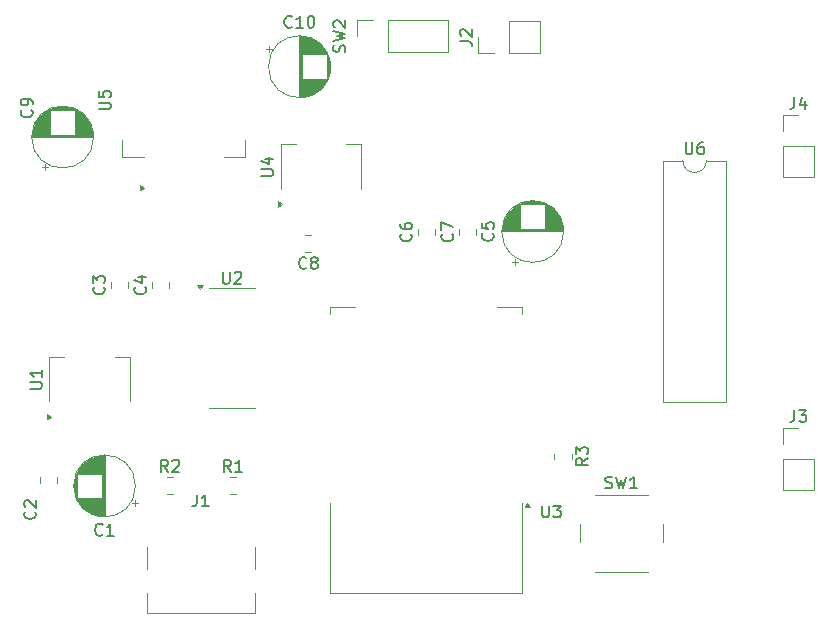
<source format=gbr>
%TF.GenerationSoftware,KiCad,Pcbnew,8.0.0*%
%TF.CreationDate,2024-04-09T18:41:08+07:00*%
%TF.ProjectId,robotika,726f626f-7469-46b6-912e-6b696361645f,rev?*%
%TF.SameCoordinates,Original*%
%TF.FileFunction,Legend,Top*%
%TF.FilePolarity,Positive*%
%FSLAX46Y46*%
G04 Gerber Fmt 4.6, Leading zero omitted, Abs format (unit mm)*
G04 Created by KiCad (PCBNEW 8.0.0) date 2024-04-09 18:41:08*
%MOMM*%
%LPD*%
G01*
G04 APERTURE LIST*
%ADD10C,0.150000*%
%ADD11C,0.120000*%
G04 APERTURE END LIST*
D10*
X133679580Y-89166666D02*
X133727200Y-89214285D01*
X133727200Y-89214285D02*
X133774819Y-89357142D01*
X133774819Y-89357142D02*
X133774819Y-89452380D01*
X133774819Y-89452380D02*
X133727200Y-89595237D01*
X133727200Y-89595237D02*
X133631961Y-89690475D01*
X133631961Y-89690475D02*
X133536723Y-89738094D01*
X133536723Y-89738094D02*
X133346247Y-89785713D01*
X133346247Y-89785713D02*
X133203390Y-89785713D01*
X133203390Y-89785713D02*
X133012914Y-89738094D01*
X133012914Y-89738094D02*
X132917676Y-89690475D01*
X132917676Y-89690475D02*
X132822438Y-89595237D01*
X132822438Y-89595237D02*
X132774819Y-89452380D01*
X132774819Y-89452380D02*
X132774819Y-89357142D01*
X132774819Y-89357142D02*
X132822438Y-89214285D01*
X132822438Y-89214285D02*
X132870057Y-89166666D01*
X132774819Y-88309523D02*
X132774819Y-88499999D01*
X132774819Y-88499999D02*
X132822438Y-88595237D01*
X132822438Y-88595237D02*
X132870057Y-88642856D01*
X132870057Y-88642856D02*
X133012914Y-88738094D01*
X133012914Y-88738094D02*
X133203390Y-88785713D01*
X133203390Y-88785713D02*
X133584342Y-88785713D01*
X133584342Y-88785713D02*
X133679580Y-88738094D01*
X133679580Y-88738094D02*
X133727200Y-88690475D01*
X133727200Y-88690475D02*
X133774819Y-88595237D01*
X133774819Y-88595237D02*
X133774819Y-88404761D01*
X133774819Y-88404761D02*
X133727200Y-88309523D01*
X133727200Y-88309523D02*
X133679580Y-88261904D01*
X133679580Y-88261904D02*
X133584342Y-88214285D01*
X133584342Y-88214285D02*
X133346247Y-88214285D01*
X133346247Y-88214285D02*
X133251009Y-88261904D01*
X133251009Y-88261904D02*
X133203390Y-88309523D01*
X133203390Y-88309523D02*
X133155771Y-88404761D01*
X133155771Y-88404761D02*
X133155771Y-88595237D01*
X133155771Y-88595237D02*
X133203390Y-88690475D01*
X133203390Y-88690475D02*
X133251009Y-88738094D01*
X133251009Y-88738094D02*
X133346247Y-88785713D01*
X107679580Y-93666666D02*
X107727200Y-93714285D01*
X107727200Y-93714285D02*
X107774819Y-93857142D01*
X107774819Y-93857142D02*
X107774819Y-93952380D01*
X107774819Y-93952380D02*
X107727200Y-94095237D01*
X107727200Y-94095237D02*
X107631961Y-94190475D01*
X107631961Y-94190475D02*
X107536723Y-94238094D01*
X107536723Y-94238094D02*
X107346247Y-94285713D01*
X107346247Y-94285713D02*
X107203390Y-94285713D01*
X107203390Y-94285713D02*
X107012914Y-94238094D01*
X107012914Y-94238094D02*
X106917676Y-94190475D01*
X106917676Y-94190475D02*
X106822438Y-94095237D01*
X106822438Y-94095237D02*
X106774819Y-93952380D01*
X106774819Y-93952380D02*
X106774819Y-93857142D01*
X106774819Y-93857142D02*
X106822438Y-93714285D01*
X106822438Y-93714285D02*
X106870057Y-93666666D01*
X106774819Y-93333332D02*
X106774819Y-92714285D01*
X106774819Y-92714285D02*
X107155771Y-93047618D01*
X107155771Y-93047618D02*
X107155771Y-92904761D01*
X107155771Y-92904761D02*
X107203390Y-92809523D01*
X107203390Y-92809523D02*
X107251009Y-92761904D01*
X107251009Y-92761904D02*
X107346247Y-92714285D01*
X107346247Y-92714285D02*
X107584342Y-92714285D01*
X107584342Y-92714285D02*
X107679580Y-92761904D01*
X107679580Y-92761904D02*
X107727200Y-92809523D01*
X107727200Y-92809523D02*
X107774819Y-92904761D01*
X107774819Y-92904761D02*
X107774819Y-93190475D01*
X107774819Y-93190475D02*
X107727200Y-93285713D01*
X107727200Y-93285713D02*
X107679580Y-93333332D01*
X156948095Y-81414819D02*
X156948095Y-82224342D01*
X156948095Y-82224342D02*
X156995714Y-82319580D01*
X156995714Y-82319580D02*
X157043333Y-82367200D01*
X157043333Y-82367200D02*
X157138571Y-82414819D01*
X157138571Y-82414819D02*
X157329047Y-82414819D01*
X157329047Y-82414819D02*
X157424285Y-82367200D01*
X157424285Y-82367200D02*
X157471904Y-82319580D01*
X157471904Y-82319580D02*
X157519523Y-82224342D01*
X157519523Y-82224342D02*
X157519523Y-81414819D01*
X158424285Y-81414819D02*
X158233809Y-81414819D01*
X158233809Y-81414819D02*
X158138571Y-81462438D01*
X158138571Y-81462438D02*
X158090952Y-81510057D01*
X158090952Y-81510057D02*
X157995714Y-81652914D01*
X157995714Y-81652914D02*
X157948095Y-81843390D01*
X157948095Y-81843390D02*
X157948095Y-82224342D01*
X157948095Y-82224342D02*
X157995714Y-82319580D01*
X157995714Y-82319580D02*
X158043333Y-82367200D01*
X158043333Y-82367200D02*
X158138571Y-82414819D01*
X158138571Y-82414819D02*
X158329047Y-82414819D01*
X158329047Y-82414819D02*
X158424285Y-82367200D01*
X158424285Y-82367200D02*
X158471904Y-82319580D01*
X158471904Y-82319580D02*
X158519523Y-82224342D01*
X158519523Y-82224342D02*
X158519523Y-81986247D01*
X158519523Y-81986247D02*
X158471904Y-81891009D01*
X158471904Y-81891009D02*
X158424285Y-81843390D01*
X158424285Y-81843390D02*
X158329047Y-81795771D01*
X158329047Y-81795771D02*
X158138571Y-81795771D01*
X158138571Y-81795771D02*
X158043333Y-81843390D01*
X158043333Y-81843390D02*
X157995714Y-81891009D01*
X157995714Y-81891009D02*
X157948095Y-81986247D01*
X107264819Y-78611904D02*
X108074342Y-78611904D01*
X108074342Y-78611904D02*
X108169580Y-78564285D01*
X108169580Y-78564285D02*
X108217200Y-78516666D01*
X108217200Y-78516666D02*
X108264819Y-78421428D01*
X108264819Y-78421428D02*
X108264819Y-78230952D01*
X108264819Y-78230952D02*
X108217200Y-78135714D01*
X108217200Y-78135714D02*
X108169580Y-78088095D01*
X108169580Y-78088095D02*
X108074342Y-78040476D01*
X108074342Y-78040476D02*
X107264819Y-78040476D01*
X107264819Y-77088095D02*
X107264819Y-77564285D01*
X107264819Y-77564285D02*
X107741009Y-77611904D01*
X107741009Y-77611904D02*
X107693390Y-77564285D01*
X107693390Y-77564285D02*
X107645771Y-77469047D01*
X107645771Y-77469047D02*
X107645771Y-77230952D01*
X107645771Y-77230952D02*
X107693390Y-77135714D01*
X107693390Y-77135714D02*
X107741009Y-77088095D01*
X107741009Y-77088095D02*
X107836247Y-77040476D01*
X107836247Y-77040476D02*
X108074342Y-77040476D01*
X108074342Y-77040476D02*
X108169580Y-77088095D01*
X108169580Y-77088095D02*
X108217200Y-77135714D01*
X108217200Y-77135714D02*
X108264819Y-77230952D01*
X108264819Y-77230952D02*
X108264819Y-77469047D01*
X108264819Y-77469047D02*
X108217200Y-77564285D01*
X108217200Y-77564285D02*
X108169580Y-77611904D01*
X128087200Y-73753332D02*
X128134819Y-73610475D01*
X128134819Y-73610475D02*
X128134819Y-73372380D01*
X128134819Y-73372380D02*
X128087200Y-73277142D01*
X128087200Y-73277142D02*
X128039580Y-73229523D01*
X128039580Y-73229523D02*
X127944342Y-73181904D01*
X127944342Y-73181904D02*
X127849104Y-73181904D01*
X127849104Y-73181904D02*
X127753866Y-73229523D01*
X127753866Y-73229523D02*
X127706247Y-73277142D01*
X127706247Y-73277142D02*
X127658628Y-73372380D01*
X127658628Y-73372380D02*
X127611009Y-73562856D01*
X127611009Y-73562856D02*
X127563390Y-73658094D01*
X127563390Y-73658094D02*
X127515771Y-73705713D01*
X127515771Y-73705713D02*
X127420533Y-73753332D01*
X127420533Y-73753332D02*
X127325295Y-73753332D01*
X127325295Y-73753332D02*
X127230057Y-73705713D01*
X127230057Y-73705713D02*
X127182438Y-73658094D01*
X127182438Y-73658094D02*
X127134819Y-73562856D01*
X127134819Y-73562856D02*
X127134819Y-73324761D01*
X127134819Y-73324761D02*
X127182438Y-73181904D01*
X127134819Y-72848570D02*
X128134819Y-72610475D01*
X128134819Y-72610475D02*
X127420533Y-72419999D01*
X127420533Y-72419999D02*
X128134819Y-72229523D01*
X128134819Y-72229523D02*
X127134819Y-71991428D01*
X127230057Y-71658094D02*
X127182438Y-71610475D01*
X127182438Y-71610475D02*
X127134819Y-71515237D01*
X127134819Y-71515237D02*
X127134819Y-71277142D01*
X127134819Y-71277142D02*
X127182438Y-71181904D01*
X127182438Y-71181904D02*
X127230057Y-71134285D01*
X127230057Y-71134285D02*
X127325295Y-71086666D01*
X127325295Y-71086666D02*
X127420533Y-71086666D01*
X127420533Y-71086666D02*
X127563390Y-71134285D01*
X127563390Y-71134285D02*
X128134819Y-71705713D01*
X128134819Y-71705713D02*
X128134819Y-71086666D01*
X166166666Y-77584819D02*
X166166666Y-78299104D01*
X166166666Y-78299104D02*
X166119047Y-78441961D01*
X166119047Y-78441961D02*
X166023809Y-78537200D01*
X166023809Y-78537200D02*
X165880952Y-78584819D01*
X165880952Y-78584819D02*
X165785714Y-78584819D01*
X167071428Y-77918152D02*
X167071428Y-78584819D01*
X166833333Y-77537200D02*
X166595238Y-78251485D01*
X166595238Y-78251485D02*
X167214285Y-78251485D01*
X166166666Y-104084819D02*
X166166666Y-104799104D01*
X166166666Y-104799104D02*
X166119047Y-104941961D01*
X166119047Y-104941961D02*
X166023809Y-105037200D01*
X166023809Y-105037200D02*
X165880952Y-105084819D01*
X165880952Y-105084819D02*
X165785714Y-105084819D01*
X166547619Y-104084819D02*
X167166666Y-104084819D01*
X167166666Y-104084819D02*
X166833333Y-104465771D01*
X166833333Y-104465771D02*
X166976190Y-104465771D01*
X166976190Y-104465771D02*
X167071428Y-104513390D01*
X167071428Y-104513390D02*
X167119047Y-104561009D01*
X167119047Y-104561009D02*
X167166666Y-104656247D01*
X167166666Y-104656247D02*
X167166666Y-104894342D01*
X167166666Y-104894342D02*
X167119047Y-104989580D01*
X167119047Y-104989580D02*
X167071428Y-105037200D01*
X167071428Y-105037200D02*
X166976190Y-105084819D01*
X166976190Y-105084819D02*
X166690476Y-105084819D01*
X166690476Y-105084819D02*
X166595238Y-105037200D01*
X166595238Y-105037200D02*
X166547619Y-104989580D01*
X137849819Y-72833333D02*
X138564104Y-72833333D01*
X138564104Y-72833333D02*
X138706961Y-72880952D01*
X138706961Y-72880952D02*
X138802200Y-72976190D01*
X138802200Y-72976190D02*
X138849819Y-73119047D01*
X138849819Y-73119047D02*
X138849819Y-73214285D01*
X137945057Y-72404761D02*
X137897438Y-72357142D01*
X137897438Y-72357142D02*
X137849819Y-72261904D01*
X137849819Y-72261904D02*
X137849819Y-72023809D01*
X137849819Y-72023809D02*
X137897438Y-71928571D01*
X137897438Y-71928571D02*
X137945057Y-71880952D01*
X137945057Y-71880952D02*
X138040295Y-71833333D01*
X138040295Y-71833333D02*
X138135533Y-71833333D01*
X138135533Y-71833333D02*
X138278390Y-71880952D01*
X138278390Y-71880952D02*
X138849819Y-72452380D01*
X138849819Y-72452380D02*
X138849819Y-71833333D01*
X121029819Y-84261904D02*
X121839342Y-84261904D01*
X121839342Y-84261904D02*
X121934580Y-84214285D01*
X121934580Y-84214285D02*
X121982200Y-84166666D01*
X121982200Y-84166666D02*
X122029819Y-84071428D01*
X122029819Y-84071428D02*
X122029819Y-83880952D01*
X122029819Y-83880952D02*
X121982200Y-83785714D01*
X121982200Y-83785714D02*
X121934580Y-83738095D01*
X121934580Y-83738095D02*
X121839342Y-83690476D01*
X121839342Y-83690476D02*
X121029819Y-83690476D01*
X121363152Y-82785714D02*
X122029819Y-82785714D01*
X120982200Y-83023809D02*
X121696485Y-83261904D01*
X121696485Y-83261904D02*
X121696485Y-82642857D01*
X144798095Y-112164819D02*
X144798095Y-112974342D01*
X144798095Y-112974342D02*
X144845714Y-113069580D01*
X144845714Y-113069580D02*
X144893333Y-113117200D01*
X144893333Y-113117200D02*
X144988571Y-113164819D01*
X144988571Y-113164819D02*
X145179047Y-113164819D01*
X145179047Y-113164819D02*
X145274285Y-113117200D01*
X145274285Y-113117200D02*
X145321904Y-113069580D01*
X145321904Y-113069580D02*
X145369523Y-112974342D01*
X145369523Y-112974342D02*
X145369523Y-112164819D01*
X145750476Y-112164819D02*
X146369523Y-112164819D01*
X146369523Y-112164819D02*
X146036190Y-112545771D01*
X146036190Y-112545771D02*
X146179047Y-112545771D01*
X146179047Y-112545771D02*
X146274285Y-112593390D01*
X146274285Y-112593390D02*
X146321904Y-112641009D01*
X146321904Y-112641009D02*
X146369523Y-112736247D01*
X146369523Y-112736247D02*
X146369523Y-112974342D01*
X146369523Y-112974342D02*
X146321904Y-113069580D01*
X146321904Y-113069580D02*
X146274285Y-113117200D01*
X146274285Y-113117200D02*
X146179047Y-113164819D01*
X146179047Y-113164819D02*
X145893333Y-113164819D01*
X145893333Y-113164819D02*
X145798095Y-113117200D01*
X145798095Y-113117200D02*
X145750476Y-113069580D01*
X117763095Y-92379819D02*
X117763095Y-93189342D01*
X117763095Y-93189342D02*
X117810714Y-93284580D01*
X117810714Y-93284580D02*
X117858333Y-93332200D01*
X117858333Y-93332200D02*
X117953571Y-93379819D01*
X117953571Y-93379819D02*
X118144047Y-93379819D01*
X118144047Y-93379819D02*
X118239285Y-93332200D01*
X118239285Y-93332200D02*
X118286904Y-93284580D01*
X118286904Y-93284580D02*
X118334523Y-93189342D01*
X118334523Y-93189342D02*
X118334523Y-92379819D01*
X118763095Y-92475057D02*
X118810714Y-92427438D01*
X118810714Y-92427438D02*
X118905952Y-92379819D01*
X118905952Y-92379819D02*
X119144047Y-92379819D01*
X119144047Y-92379819D02*
X119239285Y-92427438D01*
X119239285Y-92427438D02*
X119286904Y-92475057D01*
X119286904Y-92475057D02*
X119334523Y-92570295D01*
X119334523Y-92570295D02*
X119334523Y-92665533D01*
X119334523Y-92665533D02*
X119286904Y-92808390D01*
X119286904Y-92808390D02*
X118715476Y-93379819D01*
X118715476Y-93379819D02*
X119334523Y-93379819D01*
X101454819Y-102261904D02*
X102264342Y-102261904D01*
X102264342Y-102261904D02*
X102359580Y-102214285D01*
X102359580Y-102214285D02*
X102407200Y-102166666D01*
X102407200Y-102166666D02*
X102454819Y-102071428D01*
X102454819Y-102071428D02*
X102454819Y-101880952D01*
X102454819Y-101880952D02*
X102407200Y-101785714D01*
X102407200Y-101785714D02*
X102359580Y-101738095D01*
X102359580Y-101738095D02*
X102264342Y-101690476D01*
X102264342Y-101690476D02*
X101454819Y-101690476D01*
X102454819Y-100690476D02*
X102454819Y-101261904D01*
X102454819Y-100976190D02*
X101454819Y-100976190D01*
X101454819Y-100976190D02*
X101597676Y-101071428D01*
X101597676Y-101071428D02*
X101692914Y-101166666D01*
X101692914Y-101166666D02*
X101740533Y-101261904D01*
X150166667Y-110657200D02*
X150309524Y-110704819D01*
X150309524Y-110704819D02*
X150547619Y-110704819D01*
X150547619Y-110704819D02*
X150642857Y-110657200D01*
X150642857Y-110657200D02*
X150690476Y-110609580D01*
X150690476Y-110609580D02*
X150738095Y-110514342D01*
X150738095Y-110514342D02*
X150738095Y-110419104D01*
X150738095Y-110419104D02*
X150690476Y-110323866D01*
X150690476Y-110323866D02*
X150642857Y-110276247D01*
X150642857Y-110276247D02*
X150547619Y-110228628D01*
X150547619Y-110228628D02*
X150357143Y-110181009D01*
X150357143Y-110181009D02*
X150261905Y-110133390D01*
X150261905Y-110133390D02*
X150214286Y-110085771D01*
X150214286Y-110085771D02*
X150166667Y-109990533D01*
X150166667Y-109990533D02*
X150166667Y-109895295D01*
X150166667Y-109895295D02*
X150214286Y-109800057D01*
X150214286Y-109800057D02*
X150261905Y-109752438D01*
X150261905Y-109752438D02*
X150357143Y-109704819D01*
X150357143Y-109704819D02*
X150595238Y-109704819D01*
X150595238Y-109704819D02*
X150738095Y-109752438D01*
X151071429Y-109704819D02*
X151309524Y-110704819D01*
X151309524Y-110704819D02*
X151500000Y-109990533D01*
X151500000Y-109990533D02*
X151690476Y-110704819D01*
X151690476Y-110704819D02*
X151928572Y-109704819D01*
X152833333Y-110704819D02*
X152261905Y-110704819D01*
X152547619Y-110704819D02*
X152547619Y-109704819D01*
X152547619Y-109704819D02*
X152452381Y-109847676D01*
X152452381Y-109847676D02*
X152357143Y-109942914D01*
X152357143Y-109942914D02*
X152261905Y-109990533D01*
X148662819Y-108166666D02*
X148186628Y-108499999D01*
X148662819Y-108738094D02*
X147662819Y-108738094D01*
X147662819Y-108738094D02*
X147662819Y-108357142D01*
X147662819Y-108357142D02*
X147710438Y-108261904D01*
X147710438Y-108261904D02*
X147758057Y-108214285D01*
X147758057Y-108214285D02*
X147853295Y-108166666D01*
X147853295Y-108166666D02*
X147996152Y-108166666D01*
X147996152Y-108166666D02*
X148091390Y-108214285D01*
X148091390Y-108214285D02*
X148139009Y-108261904D01*
X148139009Y-108261904D02*
X148186628Y-108357142D01*
X148186628Y-108357142D02*
X148186628Y-108738094D01*
X147662819Y-107833332D02*
X147662819Y-107214285D01*
X147662819Y-107214285D02*
X148043771Y-107547618D01*
X148043771Y-107547618D02*
X148043771Y-107404761D01*
X148043771Y-107404761D02*
X148091390Y-107309523D01*
X148091390Y-107309523D02*
X148139009Y-107261904D01*
X148139009Y-107261904D02*
X148234247Y-107214285D01*
X148234247Y-107214285D02*
X148472342Y-107214285D01*
X148472342Y-107214285D02*
X148567580Y-107261904D01*
X148567580Y-107261904D02*
X148615200Y-107309523D01*
X148615200Y-107309523D02*
X148662819Y-107404761D01*
X148662819Y-107404761D02*
X148662819Y-107690475D01*
X148662819Y-107690475D02*
X148615200Y-107785713D01*
X148615200Y-107785713D02*
X148567580Y-107833332D01*
X113117333Y-109294819D02*
X112784000Y-108818628D01*
X112545905Y-109294819D02*
X112545905Y-108294819D01*
X112545905Y-108294819D02*
X112926857Y-108294819D01*
X112926857Y-108294819D02*
X113022095Y-108342438D01*
X113022095Y-108342438D02*
X113069714Y-108390057D01*
X113069714Y-108390057D02*
X113117333Y-108485295D01*
X113117333Y-108485295D02*
X113117333Y-108628152D01*
X113117333Y-108628152D02*
X113069714Y-108723390D01*
X113069714Y-108723390D02*
X113022095Y-108771009D01*
X113022095Y-108771009D02*
X112926857Y-108818628D01*
X112926857Y-108818628D02*
X112545905Y-108818628D01*
X113498286Y-108390057D02*
X113545905Y-108342438D01*
X113545905Y-108342438D02*
X113641143Y-108294819D01*
X113641143Y-108294819D02*
X113879238Y-108294819D01*
X113879238Y-108294819D02*
X113974476Y-108342438D01*
X113974476Y-108342438D02*
X114022095Y-108390057D01*
X114022095Y-108390057D02*
X114069714Y-108485295D01*
X114069714Y-108485295D02*
X114069714Y-108580533D01*
X114069714Y-108580533D02*
X114022095Y-108723390D01*
X114022095Y-108723390D02*
X113450667Y-109294819D01*
X113450667Y-109294819D02*
X114069714Y-109294819D01*
X118451333Y-109294819D02*
X118118000Y-108818628D01*
X117879905Y-109294819D02*
X117879905Y-108294819D01*
X117879905Y-108294819D02*
X118260857Y-108294819D01*
X118260857Y-108294819D02*
X118356095Y-108342438D01*
X118356095Y-108342438D02*
X118403714Y-108390057D01*
X118403714Y-108390057D02*
X118451333Y-108485295D01*
X118451333Y-108485295D02*
X118451333Y-108628152D01*
X118451333Y-108628152D02*
X118403714Y-108723390D01*
X118403714Y-108723390D02*
X118356095Y-108771009D01*
X118356095Y-108771009D02*
X118260857Y-108818628D01*
X118260857Y-108818628D02*
X117879905Y-108818628D01*
X119403714Y-109294819D02*
X118832286Y-109294819D01*
X119118000Y-109294819D02*
X119118000Y-108294819D01*
X119118000Y-108294819D02*
X119022762Y-108437676D01*
X119022762Y-108437676D02*
X118927524Y-108532914D01*
X118927524Y-108532914D02*
X118832286Y-108580533D01*
X115566666Y-111239819D02*
X115566666Y-111954104D01*
X115566666Y-111954104D02*
X115519047Y-112096961D01*
X115519047Y-112096961D02*
X115423809Y-112192200D01*
X115423809Y-112192200D02*
X115280952Y-112239819D01*
X115280952Y-112239819D02*
X115185714Y-112239819D01*
X116566666Y-112239819D02*
X115995238Y-112239819D01*
X116280952Y-112239819D02*
X116280952Y-111239819D01*
X116280952Y-111239819D02*
X116185714Y-111382676D01*
X116185714Y-111382676D02*
X116090476Y-111477914D01*
X116090476Y-111477914D02*
X115995238Y-111525533D01*
X123607142Y-71609580D02*
X123559523Y-71657200D01*
X123559523Y-71657200D02*
X123416666Y-71704819D01*
X123416666Y-71704819D02*
X123321428Y-71704819D01*
X123321428Y-71704819D02*
X123178571Y-71657200D01*
X123178571Y-71657200D02*
X123083333Y-71561961D01*
X123083333Y-71561961D02*
X123035714Y-71466723D01*
X123035714Y-71466723D02*
X122988095Y-71276247D01*
X122988095Y-71276247D02*
X122988095Y-71133390D01*
X122988095Y-71133390D02*
X123035714Y-70942914D01*
X123035714Y-70942914D02*
X123083333Y-70847676D01*
X123083333Y-70847676D02*
X123178571Y-70752438D01*
X123178571Y-70752438D02*
X123321428Y-70704819D01*
X123321428Y-70704819D02*
X123416666Y-70704819D01*
X123416666Y-70704819D02*
X123559523Y-70752438D01*
X123559523Y-70752438D02*
X123607142Y-70800057D01*
X124559523Y-71704819D02*
X123988095Y-71704819D01*
X124273809Y-71704819D02*
X124273809Y-70704819D01*
X124273809Y-70704819D02*
X124178571Y-70847676D01*
X124178571Y-70847676D02*
X124083333Y-70942914D01*
X124083333Y-70942914D02*
X123988095Y-70990533D01*
X125178571Y-70704819D02*
X125273809Y-70704819D01*
X125273809Y-70704819D02*
X125369047Y-70752438D01*
X125369047Y-70752438D02*
X125416666Y-70800057D01*
X125416666Y-70800057D02*
X125464285Y-70895295D01*
X125464285Y-70895295D02*
X125511904Y-71085771D01*
X125511904Y-71085771D02*
X125511904Y-71323866D01*
X125511904Y-71323866D02*
X125464285Y-71514342D01*
X125464285Y-71514342D02*
X125416666Y-71609580D01*
X125416666Y-71609580D02*
X125369047Y-71657200D01*
X125369047Y-71657200D02*
X125273809Y-71704819D01*
X125273809Y-71704819D02*
X125178571Y-71704819D01*
X125178571Y-71704819D02*
X125083333Y-71657200D01*
X125083333Y-71657200D02*
X125035714Y-71609580D01*
X125035714Y-71609580D02*
X124988095Y-71514342D01*
X124988095Y-71514342D02*
X124940476Y-71323866D01*
X124940476Y-71323866D02*
X124940476Y-71085771D01*
X124940476Y-71085771D02*
X124988095Y-70895295D01*
X124988095Y-70895295D02*
X125035714Y-70800057D01*
X125035714Y-70800057D02*
X125083333Y-70752438D01*
X125083333Y-70752438D02*
X125178571Y-70704819D01*
X101564692Y-78666674D02*
X101612312Y-78714293D01*
X101612312Y-78714293D02*
X101659931Y-78857150D01*
X101659931Y-78857150D02*
X101659931Y-78952388D01*
X101659931Y-78952388D02*
X101612312Y-79095245D01*
X101612312Y-79095245D02*
X101517073Y-79190483D01*
X101517073Y-79190483D02*
X101421835Y-79238102D01*
X101421835Y-79238102D02*
X101231359Y-79285721D01*
X101231359Y-79285721D02*
X101088502Y-79285721D01*
X101088502Y-79285721D02*
X100898026Y-79238102D01*
X100898026Y-79238102D02*
X100802788Y-79190483D01*
X100802788Y-79190483D02*
X100707550Y-79095245D01*
X100707550Y-79095245D02*
X100659931Y-78952388D01*
X100659931Y-78952388D02*
X100659931Y-78857150D01*
X100659931Y-78857150D02*
X100707550Y-78714293D01*
X100707550Y-78714293D02*
X100755169Y-78666674D01*
X101659931Y-78190483D02*
X101659931Y-78000007D01*
X101659931Y-78000007D02*
X101612312Y-77904769D01*
X101612312Y-77904769D02*
X101564692Y-77857150D01*
X101564692Y-77857150D02*
X101421835Y-77761912D01*
X101421835Y-77761912D02*
X101231359Y-77714293D01*
X101231359Y-77714293D02*
X100850407Y-77714293D01*
X100850407Y-77714293D02*
X100755169Y-77761912D01*
X100755169Y-77761912D02*
X100707550Y-77809531D01*
X100707550Y-77809531D02*
X100659931Y-77904769D01*
X100659931Y-77904769D02*
X100659931Y-78095245D01*
X100659931Y-78095245D02*
X100707550Y-78190483D01*
X100707550Y-78190483D02*
X100755169Y-78238102D01*
X100755169Y-78238102D02*
X100850407Y-78285721D01*
X100850407Y-78285721D02*
X101088502Y-78285721D01*
X101088502Y-78285721D02*
X101183740Y-78238102D01*
X101183740Y-78238102D02*
X101231359Y-78190483D01*
X101231359Y-78190483D02*
X101278978Y-78095245D01*
X101278978Y-78095245D02*
X101278978Y-77904769D01*
X101278978Y-77904769D02*
X101231359Y-77809531D01*
X101231359Y-77809531D02*
X101183740Y-77761912D01*
X101183740Y-77761912D02*
X101088502Y-77714293D01*
X124833333Y-92039580D02*
X124785714Y-92087200D01*
X124785714Y-92087200D02*
X124642857Y-92134819D01*
X124642857Y-92134819D02*
X124547619Y-92134819D01*
X124547619Y-92134819D02*
X124404762Y-92087200D01*
X124404762Y-92087200D02*
X124309524Y-91991961D01*
X124309524Y-91991961D02*
X124261905Y-91896723D01*
X124261905Y-91896723D02*
X124214286Y-91706247D01*
X124214286Y-91706247D02*
X124214286Y-91563390D01*
X124214286Y-91563390D02*
X124261905Y-91372914D01*
X124261905Y-91372914D02*
X124309524Y-91277676D01*
X124309524Y-91277676D02*
X124404762Y-91182438D01*
X124404762Y-91182438D02*
X124547619Y-91134819D01*
X124547619Y-91134819D02*
X124642857Y-91134819D01*
X124642857Y-91134819D02*
X124785714Y-91182438D01*
X124785714Y-91182438D02*
X124833333Y-91230057D01*
X125404762Y-91563390D02*
X125309524Y-91515771D01*
X125309524Y-91515771D02*
X125261905Y-91468152D01*
X125261905Y-91468152D02*
X125214286Y-91372914D01*
X125214286Y-91372914D02*
X125214286Y-91325295D01*
X125214286Y-91325295D02*
X125261905Y-91230057D01*
X125261905Y-91230057D02*
X125309524Y-91182438D01*
X125309524Y-91182438D02*
X125404762Y-91134819D01*
X125404762Y-91134819D02*
X125595238Y-91134819D01*
X125595238Y-91134819D02*
X125690476Y-91182438D01*
X125690476Y-91182438D02*
X125738095Y-91230057D01*
X125738095Y-91230057D02*
X125785714Y-91325295D01*
X125785714Y-91325295D02*
X125785714Y-91372914D01*
X125785714Y-91372914D02*
X125738095Y-91468152D01*
X125738095Y-91468152D02*
X125690476Y-91515771D01*
X125690476Y-91515771D02*
X125595238Y-91563390D01*
X125595238Y-91563390D02*
X125404762Y-91563390D01*
X125404762Y-91563390D02*
X125309524Y-91611009D01*
X125309524Y-91611009D02*
X125261905Y-91658628D01*
X125261905Y-91658628D02*
X125214286Y-91753866D01*
X125214286Y-91753866D02*
X125214286Y-91944342D01*
X125214286Y-91944342D02*
X125261905Y-92039580D01*
X125261905Y-92039580D02*
X125309524Y-92087200D01*
X125309524Y-92087200D02*
X125404762Y-92134819D01*
X125404762Y-92134819D02*
X125595238Y-92134819D01*
X125595238Y-92134819D02*
X125690476Y-92087200D01*
X125690476Y-92087200D02*
X125738095Y-92039580D01*
X125738095Y-92039580D02*
X125785714Y-91944342D01*
X125785714Y-91944342D02*
X125785714Y-91753866D01*
X125785714Y-91753866D02*
X125738095Y-91658628D01*
X125738095Y-91658628D02*
X125690476Y-91611009D01*
X125690476Y-91611009D02*
X125595238Y-91563390D01*
X137179580Y-89166666D02*
X137227200Y-89214285D01*
X137227200Y-89214285D02*
X137274819Y-89357142D01*
X137274819Y-89357142D02*
X137274819Y-89452380D01*
X137274819Y-89452380D02*
X137227200Y-89595237D01*
X137227200Y-89595237D02*
X137131961Y-89690475D01*
X137131961Y-89690475D02*
X137036723Y-89738094D01*
X137036723Y-89738094D02*
X136846247Y-89785713D01*
X136846247Y-89785713D02*
X136703390Y-89785713D01*
X136703390Y-89785713D02*
X136512914Y-89738094D01*
X136512914Y-89738094D02*
X136417676Y-89690475D01*
X136417676Y-89690475D02*
X136322438Y-89595237D01*
X136322438Y-89595237D02*
X136274819Y-89452380D01*
X136274819Y-89452380D02*
X136274819Y-89357142D01*
X136274819Y-89357142D02*
X136322438Y-89214285D01*
X136322438Y-89214285D02*
X136370057Y-89166666D01*
X136274819Y-88833332D02*
X136274819Y-88166666D01*
X136274819Y-88166666D02*
X137274819Y-88595237D01*
X140609580Y-89121778D02*
X140657200Y-89169397D01*
X140657200Y-89169397D02*
X140704819Y-89312254D01*
X140704819Y-89312254D02*
X140704819Y-89407492D01*
X140704819Y-89407492D02*
X140657200Y-89550349D01*
X140657200Y-89550349D02*
X140561961Y-89645587D01*
X140561961Y-89645587D02*
X140466723Y-89693206D01*
X140466723Y-89693206D02*
X140276247Y-89740825D01*
X140276247Y-89740825D02*
X140133390Y-89740825D01*
X140133390Y-89740825D02*
X139942914Y-89693206D01*
X139942914Y-89693206D02*
X139847676Y-89645587D01*
X139847676Y-89645587D02*
X139752438Y-89550349D01*
X139752438Y-89550349D02*
X139704819Y-89407492D01*
X139704819Y-89407492D02*
X139704819Y-89312254D01*
X139704819Y-89312254D02*
X139752438Y-89169397D01*
X139752438Y-89169397D02*
X139800057Y-89121778D01*
X139704819Y-88217016D02*
X139704819Y-88693206D01*
X139704819Y-88693206D02*
X140181009Y-88740825D01*
X140181009Y-88740825D02*
X140133390Y-88693206D01*
X140133390Y-88693206D02*
X140085771Y-88597968D01*
X140085771Y-88597968D02*
X140085771Y-88359873D01*
X140085771Y-88359873D02*
X140133390Y-88264635D01*
X140133390Y-88264635D02*
X140181009Y-88217016D01*
X140181009Y-88217016D02*
X140276247Y-88169397D01*
X140276247Y-88169397D02*
X140514342Y-88169397D01*
X140514342Y-88169397D02*
X140609580Y-88217016D01*
X140609580Y-88217016D02*
X140657200Y-88264635D01*
X140657200Y-88264635D02*
X140704819Y-88359873D01*
X140704819Y-88359873D02*
X140704819Y-88597968D01*
X140704819Y-88597968D02*
X140657200Y-88693206D01*
X140657200Y-88693206D02*
X140609580Y-88740825D01*
X111179580Y-93666666D02*
X111227200Y-93714285D01*
X111227200Y-93714285D02*
X111274819Y-93857142D01*
X111274819Y-93857142D02*
X111274819Y-93952380D01*
X111274819Y-93952380D02*
X111227200Y-94095237D01*
X111227200Y-94095237D02*
X111131961Y-94190475D01*
X111131961Y-94190475D02*
X111036723Y-94238094D01*
X111036723Y-94238094D02*
X110846247Y-94285713D01*
X110846247Y-94285713D02*
X110703390Y-94285713D01*
X110703390Y-94285713D02*
X110512914Y-94238094D01*
X110512914Y-94238094D02*
X110417676Y-94190475D01*
X110417676Y-94190475D02*
X110322438Y-94095237D01*
X110322438Y-94095237D02*
X110274819Y-93952380D01*
X110274819Y-93952380D02*
X110274819Y-93857142D01*
X110274819Y-93857142D02*
X110322438Y-93714285D01*
X110322438Y-93714285D02*
X110370057Y-93666666D01*
X110608152Y-92809523D02*
X111274819Y-92809523D01*
X110227200Y-93047618D02*
X110941485Y-93285713D01*
X110941485Y-93285713D02*
X110941485Y-92666666D01*
X101859580Y-112666666D02*
X101907200Y-112714285D01*
X101907200Y-112714285D02*
X101954819Y-112857142D01*
X101954819Y-112857142D02*
X101954819Y-112952380D01*
X101954819Y-112952380D02*
X101907200Y-113095237D01*
X101907200Y-113095237D02*
X101811961Y-113190475D01*
X101811961Y-113190475D02*
X101716723Y-113238094D01*
X101716723Y-113238094D02*
X101526247Y-113285713D01*
X101526247Y-113285713D02*
X101383390Y-113285713D01*
X101383390Y-113285713D02*
X101192914Y-113238094D01*
X101192914Y-113238094D02*
X101097676Y-113190475D01*
X101097676Y-113190475D02*
X101002438Y-113095237D01*
X101002438Y-113095237D02*
X100954819Y-112952380D01*
X100954819Y-112952380D02*
X100954819Y-112857142D01*
X100954819Y-112857142D02*
X101002438Y-112714285D01*
X101002438Y-112714285D02*
X101050057Y-112666666D01*
X101050057Y-112285713D02*
X101002438Y-112238094D01*
X101002438Y-112238094D02*
X100954819Y-112142856D01*
X100954819Y-112142856D02*
X100954819Y-111904761D01*
X100954819Y-111904761D02*
X101002438Y-111809523D01*
X101002438Y-111809523D02*
X101050057Y-111761904D01*
X101050057Y-111761904D02*
X101145295Y-111714285D01*
X101145295Y-111714285D02*
X101240533Y-111714285D01*
X101240533Y-111714285D02*
X101383390Y-111761904D01*
X101383390Y-111761904D02*
X101954819Y-112333332D01*
X101954819Y-112333332D02*
X101954819Y-111714285D01*
X107583333Y-114609580D02*
X107535714Y-114657200D01*
X107535714Y-114657200D02*
X107392857Y-114704819D01*
X107392857Y-114704819D02*
X107297619Y-114704819D01*
X107297619Y-114704819D02*
X107154762Y-114657200D01*
X107154762Y-114657200D02*
X107059524Y-114561961D01*
X107059524Y-114561961D02*
X107011905Y-114466723D01*
X107011905Y-114466723D02*
X106964286Y-114276247D01*
X106964286Y-114276247D02*
X106964286Y-114133390D01*
X106964286Y-114133390D02*
X107011905Y-113942914D01*
X107011905Y-113942914D02*
X107059524Y-113847676D01*
X107059524Y-113847676D02*
X107154762Y-113752438D01*
X107154762Y-113752438D02*
X107297619Y-113704819D01*
X107297619Y-113704819D02*
X107392857Y-113704819D01*
X107392857Y-113704819D02*
X107535714Y-113752438D01*
X107535714Y-113752438D02*
X107583333Y-113800057D01*
X108535714Y-114704819D02*
X107964286Y-114704819D01*
X108250000Y-114704819D02*
X108250000Y-113704819D01*
X108250000Y-113704819D02*
X108154762Y-113847676D01*
X108154762Y-113847676D02*
X108059524Y-113942914D01*
X108059524Y-113942914D02*
X107964286Y-113990533D01*
D11*
%TO.C,C6*%
X134265000Y-89261252D02*
X134265000Y-88738748D01*
X135735000Y-89261252D02*
X135735000Y-88738748D01*
%TO.C,C3*%
X108265000Y-93761252D02*
X108265000Y-93238748D01*
X109735000Y-93761252D02*
X109735000Y-93238748D01*
%TO.C,U6*%
X155060000Y-82960000D02*
X155060000Y-103400000D01*
X155060000Y-103400000D02*
X160360000Y-103400000D01*
X156710000Y-82960000D02*
X155060000Y-82960000D01*
X160360000Y-82960000D02*
X158710000Y-82960000D01*
X160360000Y-103400000D02*
X160360000Y-82960000D01*
X158710000Y-82960000D02*
G75*
G02*
X156710000Y-82960000I-1000000J0D01*
G01*
%TO.C,U5*%
X109260000Y-82675000D02*
X111070000Y-82675000D01*
X119660000Y-82675000D02*
X117850000Y-82675000D01*
X109260000Y-81175000D02*
X109260000Y-82675000D01*
X119660000Y-81175000D02*
X119660000Y-82675000D01*
X111070000Y-85237500D02*
X110740000Y-85477500D01*
X110740000Y-84997500D01*
X111070000Y-85237500D01*
G36*
X111070000Y-85237500D02*
G01*
X110740000Y-85477500D01*
X110740000Y-84997500D01*
X111070000Y-85237500D01*
G37*
%TO.C,SW2*%
X131720000Y-73750000D02*
X136860000Y-73750000D01*
X131720000Y-73750000D02*
X131720000Y-71090000D01*
X136860000Y-73750000D02*
X136860000Y-71090000D01*
X129120000Y-72420000D02*
X129120000Y-71090000D01*
X129120000Y-71090000D02*
X130450000Y-71090000D01*
X131720000Y-71090000D02*
X136860000Y-71090000D01*
%TO.C,J4*%
X165170000Y-79130000D02*
X166500000Y-79130000D01*
X165170000Y-80460000D02*
X165170000Y-79130000D01*
X165170000Y-81730000D02*
X165170000Y-84330000D01*
X165170000Y-81730000D02*
X167830000Y-81730000D01*
X165170000Y-84330000D02*
X167830000Y-84330000D01*
X167830000Y-81730000D02*
X167830000Y-84330000D01*
%TO.C,J3*%
X165170000Y-105630000D02*
X166500000Y-105630000D01*
X165170000Y-106960000D02*
X165170000Y-105630000D01*
X165170000Y-108230000D02*
X165170000Y-110830000D01*
X165170000Y-108230000D02*
X167830000Y-108230000D01*
X165170000Y-110830000D02*
X167830000Y-110830000D01*
X167830000Y-108230000D02*
X167830000Y-110830000D01*
%TO.C,J2*%
X139395000Y-73830000D02*
X139395000Y-72500000D01*
X140725000Y-73830000D02*
X139395000Y-73830000D01*
X141995000Y-73830000D02*
X144595000Y-73830000D01*
X141995000Y-73830000D02*
X141995000Y-71170000D01*
X144595000Y-73830000D02*
X144595000Y-71170000D01*
X141995000Y-71170000D02*
X144595000Y-71170000D01*
%TO.C,U4*%
X122665000Y-85350000D02*
X122665000Y-81590000D01*
X129485000Y-85350000D02*
X129485000Y-81590000D01*
X122665000Y-81590000D02*
X123925000Y-81590000D01*
X129485000Y-81590000D02*
X128225000Y-81590000D01*
X122765000Y-86630000D02*
X122435000Y-86870000D01*
X122435000Y-86390000D01*
X122765000Y-86630000D01*
G36*
X122765000Y-86630000D02*
G01*
X122435000Y-86870000D01*
X122435000Y-86390000D01*
X122765000Y-86630000D01*
G37*
%TO.C,U3*%
X143120000Y-119570000D02*
X126880000Y-119570000D01*
X143120000Y-111950000D02*
X143120000Y-119570000D01*
X143120000Y-95330000D02*
X143120000Y-95950000D01*
X141000000Y-95330000D02*
X143120000Y-95330000D01*
X126880000Y-119570000D02*
X126880000Y-111950000D01*
X126880000Y-95950000D02*
X126880000Y-95330000D01*
X126880000Y-95330000D02*
X129000000Y-95330000D01*
X143790000Y-112286000D02*
X143310000Y-112286000D01*
X143550000Y-111950000D01*
X143790000Y-112286000D01*
G36*
X143790000Y-112286000D02*
G01*
X143310000Y-112286000D01*
X143550000Y-111950000D01*
X143790000Y-112286000D01*
G37*
%TO.C,U2*%
X118525000Y-93765000D02*
X116575000Y-93765000D01*
X118525000Y-93765000D02*
X120475000Y-93765000D01*
X118525000Y-103885000D02*
X116575000Y-103885000D01*
X118525000Y-103885000D02*
X120475000Y-103885000D01*
X115825000Y-93820000D02*
X115585000Y-93490000D01*
X116065000Y-93490000D01*
X115825000Y-93820000D01*
G36*
X115825000Y-93820000D02*
G01*
X115585000Y-93490000D01*
X116065000Y-93490000D01*
X115825000Y-93820000D01*
G37*
%TO.C,U1*%
X103090000Y-103350000D02*
X103090000Y-99590000D01*
X109910000Y-103350000D02*
X109910000Y-99590000D01*
X103090000Y-99590000D02*
X104350000Y-99590000D01*
X109910000Y-99590000D02*
X108650000Y-99590000D01*
X103190000Y-104630000D02*
X102860000Y-104870000D01*
X102860000Y-104390000D01*
X103190000Y-104630000D01*
G36*
X103190000Y-104630000D02*
G01*
X102860000Y-104870000D01*
X102860000Y-104390000D01*
X103190000Y-104630000D01*
G37*
%TO.C,SW1*%
X148000000Y-113750000D02*
X148000000Y-115250000D01*
X149250000Y-117750000D02*
X153750000Y-117750000D01*
X153750000Y-111250000D02*
X149250000Y-111250000D01*
X155000000Y-115250000D02*
X155000000Y-113750000D01*
%TO.C,R3*%
X147293000Y-107772936D02*
X147293000Y-108227064D01*
X145823000Y-107772936D02*
X145823000Y-108227064D01*
%TO.C,R2*%
X113056936Y-109755000D02*
X113511064Y-109755000D01*
X113056936Y-111225000D02*
X113511064Y-111225000D01*
%TO.C,R1*%
X118390936Y-109755000D02*
X118845064Y-109755000D01*
X118390936Y-111225000D02*
X118845064Y-111225000D01*
%TO.C,J1*%
X111320000Y-115650000D02*
X111320000Y-117570000D01*
X111320000Y-121285000D02*
X111320000Y-119580000D01*
X120480000Y-117570000D02*
X120480000Y-115650000D01*
X120480000Y-119580000D02*
X120480000Y-121285000D01*
X120480000Y-121285000D02*
X111320000Y-121285000D01*
%TO.C,C10*%
X121445225Y-73525000D02*
X121945225Y-73525000D01*
X121695225Y-73275000D02*
X121695225Y-73775000D01*
X124250000Y-72420000D02*
X124250000Y-77580000D01*
X124290000Y-72420000D02*
X124290000Y-77580000D01*
X124330000Y-72421000D02*
X124330000Y-77579000D01*
X124370000Y-72422000D02*
X124370000Y-77578000D01*
X124410000Y-72424000D02*
X124410000Y-77576000D01*
X124450000Y-72427000D02*
X124450000Y-77573000D01*
X124490000Y-72431000D02*
X124490000Y-73960000D01*
X124490000Y-76040000D02*
X124490000Y-77569000D01*
X124530000Y-72435000D02*
X124530000Y-73960000D01*
X124530000Y-76040000D02*
X124530000Y-77565000D01*
X124570000Y-72439000D02*
X124570000Y-73960000D01*
X124570000Y-76040000D02*
X124570000Y-77561000D01*
X124610000Y-72444000D02*
X124610000Y-73960000D01*
X124610000Y-76040000D02*
X124610000Y-77556000D01*
X124650000Y-72450000D02*
X124650000Y-73960000D01*
X124650000Y-76040000D02*
X124650000Y-77550000D01*
X124690000Y-72457000D02*
X124690000Y-73960000D01*
X124690000Y-76040000D02*
X124690000Y-77543000D01*
X124730000Y-72464000D02*
X124730000Y-73960000D01*
X124730000Y-76040000D02*
X124730000Y-77536000D01*
X124770000Y-72472000D02*
X124770000Y-73960000D01*
X124770000Y-76040000D02*
X124770000Y-77528000D01*
X124810000Y-72480000D02*
X124810000Y-73960000D01*
X124810000Y-76040000D02*
X124810000Y-77520000D01*
X124850000Y-72489000D02*
X124850000Y-73960000D01*
X124850000Y-76040000D02*
X124850000Y-77511000D01*
X124890000Y-72499000D02*
X124890000Y-73960000D01*
X124890000Y-76040000D02*
X124890000Y-77501000D01*
X124930000Y-72509000D02*
X124930000Y-73960000D01*
X124930000Y-76040000D02*
X124930000Y-77491000D01*
X124971000Y-72520000D02*
X124971000Y-73960000D01*
X124971000Y-76040000D02*
X124971000Y-77480000D01*
X125011000Y-72532000D02*
X125011000Y-73960000D01*
X125011000Y-76040000D02*
X125011000Y-77468000D01*
X125051000Y-72545000D02*
X125051000Y-73960000D01*
X125051000Y-76040000D02*
X125051000Y-77455000D01*
X125091000Y-72558000D02*
X125091000Y-73960000D01*
X125091000Y-76040000D02*
X125091000Y-77442000D01*
X125131000Y-72572000D02*
X125131000Y-73960000D01*
X125131000Y-76040000D02*
X125131000Y-77428000D01*
X125171000Y-72586000D02*
X125171000Y-73960000D01*
X125171000Y-76040000D02*
X125171000Y-77414000D01*
X125211000Y-72602000D02*
X125211000Y-73960000D01*
X125211000Y-76040000D02*
X125211000Y-77398000D01*
X125251000Y-72618000D02*
X125251000Y-73960000D01*
X125251000Y-76040000D02*
X125251000Y-77382000D01*
X125291000Y-72635000D02*
X125291000Y-73960000D01*
X125291000Y-76040000D02*
X125291000Y-77365000D01*
X125331000Y-72652000D02*
X125331000Y-73960000D01*
X125331000Y-76040000D02*
X125331000Y-77348000D01*
X125371000Y-72671000D02*
X125371000Y-73960000D01*
X125371000Y-76040000D02*
X125371000Y-77329000D01*
X125411000Y-72690000D02*
X125411000Y-73960000D01*
X125411000Y-76040000D02*
X125411000Y-77310000D01*
X125451000Y-72710000D02*
X125451000Y-73960000D01*
X125451000Y-76040000D02*
X125451000Y-77290000D01*
X125491000Y-72732000D02*
X125491000Y-73960000D01*
X125491000Y-76040000D02*
X125491000Y-77268000D01*
X125531000Y-72753000D02*
X125531000Y-73960000D01*
X125531000Y-76040000D02*
X125531000Y-77247000D01*
X125571000Y-72776000D02*
X125571000Y-73960000D01*
X125571000Y-76040000D02*
X125571000Y-77224000D01*
X125611000Y-72800000D02*
X125611000Y-73960000D01*
X125611000Y-76040000D02*
X125611000Y-77200000D01*
X125651000Y-72825000D02*
X125651000Y-73960000D01*
X125651000Y-76040000D02*
X125651000Y-77175000D01*
X125691000Y-72851000D02*
X125691000Y-73960000D01*
X125691000Y-76040000D02*
X125691000Y-77149000D01*
X125731000Y-72878000D02*
X125731000Y-73960000D01*
X125731000Y-76040000D02*
X125731000Y-77122000D01*
X125771000Y-72905000D02*
X125771000Y-73960000D01*
X125771000Y-76040000D02*
X125771000Y-77095000D01*
X125811000Y-72935000D02*
X125811000Y-73960000D01*
X125811000Y-76040000D02*
X125811000Y-77065000D01*
X125851000Y-72965000D02*
X125851000Y-73960000D01*
X125851000Y-76040000D02*
X125851000Y-77035000D01*
X125891000Y-72996000D02*
X125891000Y-73960000D01*
X125891000Y-76040000D02*
X125891000Y-77004000D01*
X125931000Y-73029000D02*
X125931000Y-73960000D01*
X125931000Y-76040000D02*
X125931000Y-76971000D01*
X125971000Y-73063000D02*
X125971000Y-73960000D01*
X125971000Y-76040000D02*
X125971000Y-76937000D01*
X126011000Y-73099000D02*
X126011000Y-73960000D01*
X126011000Y-76040000D02*
X126011000Y-76901000D01*
X126051000Y-73136000D02*
X126051000Y-73960000D01*
X126051000Y-76040000D02*
X126051000Y-76864000D01*
X126091000Y-73174000D02*
X126091000Y-73960000D01*
X126091000Y-76040000D02*
X126091000Y-76826000D01*
X126131000Y-73215000D02*
X126131000Y-73960000D01*
X126131000Y-76040000D02*
X126131000Y-76785000D01*
X126171000Y-73257000D02*
X126171000Y-73960000D01*
X126171000Y-76040000D02*
X126171000Y-76743000D01*
X126211000Y-73301000D02*
X126211000Y-73960000D01*
X126211000Y-76040000D02*
X126211000Y-76699000D01*
X126251000Y-73347000D02*
X126251000Y-73960000D01*
X126251000Y-76040000D02*
X126251000Y-76653000D01*
X126291000Y-73395000D02*
X126291000Y-73960000D01*
X126291000Y-76040000D02*
X126291000Y-76605000D01*
X126331000Y-73446000D02*
X126331000Y-73960000D01*
X126331000Y-76040000D02*
X126331000Y-76554000D01*
X126371000Y-73500000D02*
X126371000Y-73960000D01*
X126371000Y-76040000D02*
X126371000Y-76500000D01*
X126411000Y-73557000D02*
X126411000Y-73960000D01*
X126411000Y-76040000D02*
X126411000Y-76443000D01*
X126451000Y-73617000D02*
X126451000Y-73960000D01*
X126451000Y-76040000D02*
X126451000Y-76383000D01*
X126491000Y-73681000D02*
X126491000Y-73960000D01*
X126491000Y-76040000D02*
X126491000Y-76319000D01*
X126531000Y-73749000D02*
X126531000Y-73960000D01*
X126531000Y-76040000D02*
X126531000Y-76251000D01*
X126571000Y-73822000D02*
X126571000Y-76178000D01*
X126611000Y-73902000D02*
X126611000Y-76098000D01*
X126651000Y-73989000D02*
X126651000Y-76011000D01*
X126691000Y-74085000D02*
X126691000Y-75915000D01*
X126731000Y-74195000D02*
X126731000Y-75805000D01*
X126771000Y-74323000D02*
X126771000Y-75677000D01*
X126811000Y-74482000D02*
X126811000Y-75518000D01*
X126851000Y-74716000D02*
X126851000Y-75284000D01*
X126870000Y-75000000D02*
G75*
G02*
X121630000Y-75000000I-2620000J0D01*
G01*
X121630000Y-75000000D02*
G75*
G02*
X126870000Y-75000000I2620000J0D01*
G01*
%TO.C,C9*%
X102730112Y-83759887D02*
X102730112Y-83259887D01*
X102480112Y-83509887D02*
X102980112Y-83509887D01*
X101625112Y-80955112D02*
X106785112Y-80955112D01*
X101625112Y-80915112D02*
X106785112Y-80915112D01*
X101626112Y-80875112D02*
X106784112Y-80875112D01*
X101627112Y-80835112D02*
X106783112Y-80835112D01*
X101629112Y-80795112D02*
X106781112Y-80795112D01*
X101632112Y-80755112D02*
X106778112Y-80755112D01*
X101636112Y-80715112D02*
X103165112Y-80715112D01*
X105245112Y-80715112D02*
X106774112Y-80715112D01*
X101640112Y-80675112D02*
X103165112Y-80675112D01*
X105245112Y-80675112D02*
X106770112Y-80675112D01*
X101644112Y-80635112D02*
X103165112Y-80635112D01*
X105245112Y-80635112D02*
X106766112Y-80635112D01*
X101649112Y-80595112D02*
X103165112Y-80595112D01*
X105245112Y-80595112D02*
X106761112Y-80595112D01*
X101655112Y-80555112D02*
X103165112Y-80555112D01*
X105245112Y-80555112D02*
X106755112Y-80555112D01*
X101662112Y-80515112D02*
X103165112Y-80515112D01*
X105245112Y-80515112D02*
X106748112Y-80515112D01*
X101669112Y-80475112D02*
X103165112Y-80475112D01*
X105245112Y-80475112D02*
X106741112Y-80475112D01*
X101677112Y-80435112D02*
X103165112Y-80435112D01*
X105245112Y-80435112D02*
X106733112Y-80435112D01*
X101685112Y-80395112D02*
X103165112Y-80395112D01*
X105245112Y-80395112D02*
X106725112Y-80395112D01*
X101694112Y-80355112D02*
X103165112Y-80355112D01*
X105245112Y-80355112D02*
X106716112Y-80355112D01*
X101704112Y-80315112D02*
X103165112Y-80315112D01*
X105245112Y-80315112D02*
X106706112Y-80315112D01*
X101714112Y-80275112D02*
X103165112Y-80275112D01*
X105245112Y-80275112D02*
X106696112Y-80275112D01*
X101725112Y-80234112D02*
X103165112Y-80234112D01*
X105245112Y-80234112D02*
X106685112Y-80234112D01*
X101737112Y-80194112D02*
X103165112Y-80194112D01*
X105245112Y-80194112D02*
X106673112Y-80194112D01*
X101750112Y-80154112D02*
X103165112Y-80154112D01*
X105245112Y-80154112D02*
X106660112Y-80154112D01*
X101763112Y-80114112D02*
X103165112Y-80114112D01*
X105245112Y-80114112D02*
X106647112Y-80114112D01*
X101777112Y-80074112D02*
X103165112Y-80074112D01*
X105245112Y-80074112D02*
X106633112Y-80074112D01*
X101791112Y-80034112D02*
X103165112Y-80034112D01*
X105245112Y-80034112D02*
X106619112Y-80034112D01*
X101807112Y-79994112D02*
X103165112Y-79994112D01*
X105245112Y-79994112D02*
X106603112Y-79994112D01*
X101823112Y-79954112D02*
X103165112Y-79954112D01*
X105245112Y-79954112D02*
X106587112Y-79954112D01*
X101840112Y-79914112D02*
X103165112Y-79914112D01*
X105245112Y-79914112D02*
X106570112Y-79914112D01*
X101857112Y-79874112D02*
X103165112Y-79874112D01*
X105245112Y-79874112D02*
X106553112Y-79874112D01*
X101876112Y-79834112D02*
X103165112Y-79834112D01*
X105245112Y-79834112D02*
X106534112Y-79834112D01*
X101895112Y-79794112D02*
X103165112Y-79794112D01*
X105245112Y-79794112D02*
X106515112Y-79794112D01*
X101915112Y-79754112D02*
X103165112Y-79754112D01*
X105245112Y-79754112D02*
X106495112Y-79754112D01*
X101937112Y-79714112D02*
X103165112Y-79714112D01*
X105245112Y-79714112D02*
X106473112Y-79714112D01*
X101958112Y-79674112D02*
X103165112Y-79674112D01*
X105245112Y-79674112D02*
X106452112Y-79674112D01*
X101981112Y-79634112D02*
X103165112Y-79634112D01*
X105245112Y-79634112D02*
X106429112Y-79634112D01*
X102005112Y-79594112D02*
X103165112Y-79594112D01*
X105245112Y-79594112D02*
X106405112Y-79594112D01*
X102030112Y-79554112D02*
X103165112Y-79554112D01*
X105245112Y-79554112D02*
X106380112Y-79554112D01*
X102056112Y-79514112D02*
X103165112Y-79514112D01*
X105245112Y-79514112D02*
X106354112Y-79514112D01*
X102083112Y-79474112D02*
X103165112Y-79474112D01*
X105245112Y-79474112D02*
X106327112Y-79474112D01*
X102110112Y-79434112D02*
X103165112Y-79434112D01*
X105245112Y-79434112D02*
X106300112Y-79434112D01*
X102140112Y-79394112D02*
X103165112Y-79394112D01*
X105245112Y-79394112D02*
X106270112Y-79394112D01*
X102170112Y-79354112D02*
X103165112Y-79354112D01*
X105245112Y-79354112D02*
X106240112Y-79354112D01*
X102201112Y-79314112D02*
X103165112Y-79314112D01*
X105245112Y-79314112D02*
X106209112Y-79314112D01*
X102234112Y-79274112D02*
X103165112Y-79274112D01*
X105245112Y-79274112D02*
X106176112Y-79274112D01*
X102268112Y-79234112D02*
X103165112Y-79234112D01*
X105245112Y-79234112D02*
X106142112Y-79234112D01*
X102304112Y-79194112D02*
X103165112Y-79194112D01*
X105245112Y-79194112D02*
X106106112Y-79194112D01*
X102341112Y-79154112D02*
X103165112Y-79154112D01*
X105245112Y-79154112D02*
X106069112Y-79154112D01*
X102379112Y-79114112D02*
X103165112Y-79114112D01*
X105245112Y-79114112D02*
X106031112Y-79114112D01*
X102420112Y-79074112D02*
X103165112Y-79074112D01*
X105245112Y-79074112D02*
X105990112Y-79074112D01*
X102462112Y-79034112D02*
X103165112Y-79034112D01*
X105245112Y-79034112D02*
X105948112Y-79034112D01*
X102506112Y-78994112D02*
X103165112Y-78994112D01*
X105245112Y-78994112D02*
X105904112Y-78994112D01*
X102552112Y-78954112D02*
X103165112Y-78954112D01*
X105245112Y-78954112D02*
X105858112Y-78954112D01*
X102600112Y-78914112D02*
X103165112Y-78914112D01*
X105245112Y-78914112D02*
X105810112Y-78914112D01*
X102651112Y-78874112D02*
X103165112Y-78874112D01*
X105245112Y-78874112D02*
X105759112Y-78874112D01*
X102705112Y-78834112D02*
X103165112Y-78834112D01*
X105245112Y-78834112D02*
X105705112Y-78834112D01*
X102762112Y-78794112D02*
X103165112Y-78794112D01*
X105245112Y-78794112D02*
X105648112Y-78794112D01*
X102822112Y-78754112D02*
X103165112Y-78754112D01*
X105245112Y-78754112D02*
X105588112Y-78754112D01*
X102886112Y-78714112D02*
X103165112Y-78714112D01*
X105245112Y-78714112D02*
X105524112Y-78714112D01*
X102954112Y-78674112D02*
X103165112Y-78674112D01*
X105245112Y-78674112D02*
X105456112Y-78674112D01*
X103027112Y-78634112D02*
X105383112Y-78634112D01*
X103107112Y-78594112D02*
X105303112Y-78594112D01*
X103194112Y-78554112D02*
X105216112Y-78554112D01*
X103290112Y-78514112D02*
X105120112Y-78514112D01*
X103400112Y-78474112D02*
X105010112Y-78474112D01*
X103528112Y-78434112D02*
X104882112Y-78434112D01*
X103687112Y-78394112D02*
X104723112Y-78394112D01*
X103921112Y-78354112D02*
X104489112Y-78354112D01*
X106825112Y-80955112D02*
G75*
G02*
X101585112Y-80955112I-2620000J0D01*
G01*
X101585112Y-80955112D02*
G75*
G02*
X106825112Y-80955112I2620000J0D01*
G01*
%TO.C,C8*%
X125261252Y-90735000D02*
X124738748Y-90735000D01*
X125261252Y-89265000D02*
X124738748Y-89265000D01*
%TO.C,C7*%
X137765000Y-89261252D02*
X137765000Y-88738748D01*
X139235000Y-89261252D02*
X139235000Y-88738748D01*
%TO.C,C5*%
X142525000Y-91759887D02*
X142525000Y-91259887D01*
X142275000Y-91509887D02*
X142775000Y-91509887D01*
X141420000Y-88955112D02*
X146580000Y-88955112D01*
X141420000Y-88915112D02*
X146580000Y-88915112D01*
X141421000Y-88875112D02*
X146579000Y-88875112D01*
X141422000Y-88835112D02*
X146578000Y-88835112D01*
X141424000Y-88795112D02*
X146576000Y-88795112D01*
X141427000Y-88755112D02*
X146573000Y-88755112D01*
X141431000Y-88715112D02*
X142960000Y-88715112D01*
X145040000Y-88715112D02*
X146569000Y-88715112D01*
X141435000Y-88675112D02*
X142960000Y-88675112D01*
X145040000Y-88675112D02*
X146565000Y-88675112D01*
X141439000Y-88635112D02*
X142960000Y-88635112D01*
X145040000Y-88635112D02*
X146561000Y-88635112D01*
X141444000Y-88595112D02*
X142960000Y-88595112D01*
X145040000Y-88595112D02*
X146556000Y-88595112D01*
X141450000Y-88555112D02*
X142960000Y-88555112D01*
X145040000Y-88555112D02*
X146550000Y-88555112D01*
X141457000Y-88515112D02*
X142960000Y-88515112D01*
X145040000Y-88515112D02*
X146543000Y-88515112D01*
X141464000Y-88475112D02*
X142960000Y-88475112D01*
X145040000Y-88475112D02*
X146536000Y-88475112D01*
X141472000Y-88435112D02*
X142960000Y-88435112D01*
X145040000Y-88435112D02*
X146528000Y-88435112D01*
X141480000Y-88395112D02*
X142960000Y-88395112D01*
X145040000Y-88395112D02*
X146520000Y-88395112D01*
X141489000Y-88355112D02*
X142960000Y-88355112D01*
X145040000Y-88355112D02*
X146511000Y-88355112D01*
X141499000Y-88315112D02*
X142960000Y-88315112D01*
X145040000Y-88315112D02*
X146501000Y-88315112D01*
X141509000Y-88275112D02*
X142960000Y-88275112D01*
X145040000Y-88275112D02*
X146491000Y-88275112D01*
X141520000Y-88234112D02*
X142960000Y-88234112D01*
X145040000Y-88234112D02*
X146480000Y-88234112D01*
X141532000Y-88194112D02*
X142960000Y-88194112D01*
X145040000Y-88194112D02*
X146468000Y-88194112D01*
X141545000Y-88154112D02*
X142960000Y-88154112D01*
X145040000Y-88154112D02*
X146455000Y-88154112D01*
X141558000Y-88114112D02*
X142960000Y-88114112D01*
X145040000Y-88114112D02*
X146442000Y-88114112D01*
X141572000Y-88074112D02*
X142960000Y-88074112D01*
X145040000Y-88074112D02*
X146428000Y-88074112D01*
X141586000Y-88034112D02*
X142960000Y-88034112D01*
X145040000Y-88034112D02*
X146414000Y-88034112D01*
X141602000Y-87994112D02*
X142960000Y-87994112D01*
X145040000Y-87994112D02*
X146398000Y-87994112D01*
X141618000Y-87954112D02*
X142960000Y-87954112D01*
X145040000Y-87954112D02*
X146382000Y-87954112D01*
X141635000Y-87914112D02*
X142960000Y-87914112D01*
X145040000Y-87914112D02*
X146365000Y-87914112D01*
X141652000Y-87874112D02*
X142960000Y-87874112D01*
X145040000Y-87874112D02*
X146348000Y-87874112D01*
X141671000Y-87834112D02*
X142960000Y-87834112D01*
X145040000Y-87834112D02*
X146329000Y-87834112D01*
X141690000Y-87794112D02*
X142960000Y-87794112D01*
X145040000Y-87794112D02*
X146310000Y-87794112D01*
X141710000Y-87754112D02*
X142960000Y-87754112D01*
X145040000Y-87754112D02*
X146290000Y-87754112D01*
X141732000Y-87714112D02*
X142960000Y-87714112D01*
X145040000Y-87714112D02*
X146268000Y-87714112D01*
X141753000Y-87674112D02*
X142960000Y-87674112D01*
X145040000Y-87674112D02*
X146247000Y-87674112D01*
X141776000Y-87634112D02*
X142960000Y-87634112D01*
X145040000Y-87634112D02*
X146224000Y-87634112D01*
X141800000Y-87594112D02*
X142960000Y-87594112D01*
X145040000Y-87594112D02*
X146200000Y-87594112D01*
X141825000Y-87554112D02*
X142960000Y-87554112D01*
X145040000Y-87554112D02*
X146175000Y-87554112D01*
X141851000Y-87514112D02*
X142960000Y-87514112D01*
X145040000Y-87514112D02*
X146149000Y-87514112D01*
X141878000Y-87474112D02*
X142960000Y-87474112D01*
X145040000Y-87474112D02*
X146122000Y-87474112D01*
X141905000Y-87434112D02*
X142960000Y-87434112D01*
X145040000Y-87434112D02*
X146095000Y-87434112D01*
X141935000Y-87394112D02*
X142960000Y-87394112D01*
X145040000Y-87394112D02*
X146065000Y-87394112D01*
X141965000Y-87354112D02*
X142960000Y-87354112D01*
X145040000Y-87354112D02*
X146035000Y-87354112D01*
X141996000Y-87314112D02*
X142960000Y-87314112D01*
X145040000Y-87314112D02*
X146004000Y-87314112D01*
X142029000Y-87274112D02*
X142960000Y-87274112D01*
X145040000Y-87274112D02*
X145971000Y-87274112D01*
X142063000Y-87234112D02*
X142960000Y-87234112D01*
X145040000Y-87234112D02*
X145937000Y-87234112D01*
X142099000Y-87194112D02*
X142960000Y-87194112D01*
X145040000Y-87194112D02*
X145901000Y-87194112D01*
X142136000Y-87154112D02*
X142960000Y-87154112D01*
X145040000Y-87154112D02*
X145864000Y-87154112D01*
X142174000Y-87114112D02*
X142960000Y-87114112D01*
X145040000Y-87114112D02*
X145826000Y-87114112D01*
X142215000Y-87074112D02*
X142960000Y-87074112D01*
X145040000Y-87074112D02*
X145785000Y-87074112D01*
X142257000Y-87034112D02*
X142960000Y-87034112D01*
X145040000Y-87034112D02*
X145743000Y-87034112D01*
X142301000Y-86994112D02*
X142960000Y-86994112D01*
X145040000Y-86994112D02*
X145699000Y-86994112D01*
X142347000Y-86954112D02*
X142960000Y-86954112D01*
X145040000Y-86954112D02*
X145653000Y-86954112D01*
X142395000Y-86914112D02*
X142960000Y-86914112D01*
X145040000Y-86914112D02*
X145605000Y-86914112D01*
X142446000Y-86874112D02*
X142960000Y-86874112D01*
X145040000Y-86874112D02*
X145554000Y-86874112D01*
X142500000Y-86834112D02*
X142960000Y-86834112D01*
X145040000Y-86834112D02*
X145500000Y-86834112D01*
X142557000Y-86794112D02*
X142960000Y-86794112D01*
X145040000Y-86794112D02*
X145443000Y-86794112D01*
X142617000Y-86754112D02*
X142960000Y-86754112D01*
X145040000Y-86754112D02*
X145383000Y-86754112D01*
X142681000Y-86714112D02*
X142960000Y-86714112D01*
X145040000Y-86714112D02*
X145319000Y-86714112D01*
X142749000Y-86674112D02*
X142960000Y-86674112D01*
X145040000Y-86674112D02*
X145251000Y-86674112D01*
X142822000Y-86634112D02*
X145178000Y-86634112D01*
X142902000Y-86594112D02*
X145098000Y-86594112D01*
X142989000Y-86554112D02*
X145011000Y-86554112D01*
X143085000Y-86514112D02*
X144915000Y-86514112D01*
X143195000Y-86474112D02*
X144805000Y-86474112D01*
X143323000Y-86434112D02*
X144677000Y-86434112D01*
X143482000Y-86394112D02*
X144518000Y-86394112D01*
X143716000Y-86354112D02*
X144284000Y-86354112D01*
X146620000Y-88955112D02*
G75*
G02*
X141380000Y-88955112I-2620000J0D01*
G01*
X141380000Y-88955112D02*
G75*
G02*
X146620000Y-88955112I2620000J0D01*
G01*
%TO.C,C4*%
X111765000Y-93761252D02*
X111765000Y-93238748D01*
X113235000Y-93761252D02*
X113235000Y-93238748D01*
%TO.C,C2*%
X103735000Y-109738748D02*
X103735000Y-110261252D01*
X102265000Y-109738748D02*
X102265000Y-110261252D01*
%TO.C,C1*%
X110554775Y-111975000D02*
X110054775Y-111975000D01*
X110304775Y-112225000D02*
X110304775Y-111725000D01*
X107750000Y-113080000D02*
X107750000Y-107920000D01*
X107710000Y-113080000D02*
X107710000Y-107920000D01*
X107670000Y-113079000D02*
X107670000Y-107921000D01*
X107630000Y-113078000D02*
X107630000Y-107922000D01*
X107590000Y-113076000D02*
X107590000Y-107924000D01*
X107550000Y-113073000D02*
X107550000Y-107927000D01*
X107510000Y-113069000D02*
X107510000Y-111540000D01*
X107510000Y-109460000D02*
X107510000Y-107931000D01*
X107470000Y-113065000D02*
X107470000Y-111540000D01*
X107470000Y-109460000D02*
X107470000Y-107935000D01*
X107430000Y-113061000D02*
X107430000Y-111540000D01*
X107430000Y-109460000D02*
X107430000Y-107939000D01*
X107390000Y-113056000D02*
X107390000Y-111540000D01*
X107390000Y-109460000D02*
X107390000Y-107944000D01*
X107350000Y-113050000D02*
X107350000Y-111540000D01*
X107350000Y-109460000D02*
X107350000Y-107950000D01*
X107310000Y-113043000D02*
X107310000Y-111540000D01*
X107310000Y-109460000D02*
X107310000Y-107957000D01*
X107270000Y-113036000D02*
X107270000Y-111540000D01*
X107270000Y-109460000D02*
X107270000Y-107964000D01*
X107230000Y-113028000D02*
X107230000Y-111540000D01*
X107230000Y-109460000D02*
X107230000Y-107972000D01*
X107190000Y-113020000D02*
X107190000Y-111540000D01*
X107190000Y-109460000D02*
X107190000Y-107980000D01*
X107150000Y-113011000D02*
X107150000Y-111540000D01*
X107150000Y-109460000D02*
X107150000Y-107989000D01*
X107110000Y-113001000D02*
X107110000Y-111540000D01*
X107110000Y-109460000D02*
X107110000Y-107999000D01*
X107070000Y-112991000D02*
X107070000Y-111540000D01*
X107070000Y-109460000D02*
X107070000Y-108009000D01*
X107029000Y-112980000D02*
X107029000Y-111540000D01*
X107029000Y-109460000D02*
X107029000Y-108020000D01*
X106989000Y-112968000D02*
X106989000Y-111540000D01*
X106989000Y-109460000D02*
X106989000Y-108032000D01*
X106949000Y-112955000D02*
X106949000Y-111540000D01*
X106949000Y-109460000D02*
X106949000Y-108045000D01*
X106909000Y-112942000D02*
X106909000Y-111540000D01*
X106909000Y-109460000D02*
X106909000Y-108058000D01*
X106869000Y-112928000D02*
X106869000Y-111540000D01*
X106869000Y-109460000D02*
X106869000Y-108072000D01*
X106829000Y-112914000D02*
X106829000Y-111540000D01*
X106829000Y-109460000D02*
X106829000Y-108086000D01*
X106789000Y-112898000D02*
X106789000Y-111540000D01*
X106789000Y-109460000D02*
X106789000Y-108102000D01*
X106749000Y-112882000D02*
X106749000Y-111540000D01*
X106749000Y-109460000D02*
X106749000Y-108118000D01*
X106709000Y-112865000D02*
X106709000Y-111540000D01*
X106709000Y-109460000D02*
X106709000Y-108135000D01*
X106669000Y-112848000D02*
X106669000Y-111540000D01*
X106669000Y-109460000D02*
X106669000Y-108152000D01*
X106629000Y-112829000D02*
X106629000Y-111540000D01*
X106629000Y-109460000D02*
X106629000Y-108171000D01*
X106589000Y-112810000D02*
X106589000Y-111540000D01*
X106589000Y-109460000D02*
X106589000Y-108190000D01*
X106549000Y-112790000D02*
X106549000Y-111540000D01*
X106549000Y-109460000D02*
X106549000Y-108210000D01*
X106509000Y-112768000D02*
X106509000Y-111540000D01*
X106509000Y-109460000D02*
X106509000Y-108232000D01*
X106469000Y-112747000D02*
X106469000Y-111540000D01*
X106469000Y-109460000D02*
X106469000Y-108253000D01*
X106429000Y-112724000D02*
X106429000Y-111540000D01*
X106429000Y-109460000D02*
X106429000Y-108276000D01*
X106389000Y-112700000D02*
X106389000Y-111540000D01*
X106389000Y-109460000D02*
X106389000Y-108300000D01*
X106349000Y-112675000D02*
X106349000Y-111540000D01*
X106349000Y-109460000D02*
X106349000Y-108325000D01*
X106309000Y-112649000D02*
X106309000Y-111540000D01*
X106309000Y-109460000D02*
X106309000Y-108351000D01*
X106269000Y-112622000D02*
X106269000Y-111540000D01*
X106269000Y-109460000D02*
X106269000Y-108378000D01*
X106229000Y-112595000D02*
X106229000Y-111540000D01*
X106229000Y-109460000D02*
X106229000Y-108405000D01*
X106189000Y-112565000D02*
X106189000Y-111540000D01*
X106189000Y-109460000D02*
X106189000Y-108435000D01*
X106149000Y-112535000D02*
X106149000Y-111540000D01*
X106149000Y-109460000D02*
X106149000Y-108465000D01*
X106109000Y-112504000D02*
X106109000Y-111540000D01*
X106109000Y-109460000D02*
X106109000Y-108496000D01*
X106069000Y-112471000D02*
X106069000Y-111540000D01*
X106069000Y-109460000D02*
X106069000Y-108529000D01*
X106029000Y-112437000D02*
X106029000Y-111540000D01*
X106029000Y-109460000D02*
X106029000Y-108563000D01*
X105989000Y-112401000D02*
X105989000Y-111540000D01*
X105989000Y-109460000D02*
X105989000Y-108599000D01*
X105949000Y-112364000D02*
X105949000Y-111540000D01*
X105949000Y-109460000D02*
X105949000Y-108636000D01*
X105909000Y-112326000D02*
X105909000Y-111540000D01*
X105909000Y-109460000D02*
X105909000Y-108674000D01*
X105869000Y-112285000D02*
X105869000Y-111540000D01*
X105869000Y-109460000D02*
X105869000Y-108715000D01*
X105829000Y-112243000D02*
X105829000Y-111540000D01*
X105829000Y-109460000D02*
X105829000Y-108757000D01*
X105789000Y-112199000D02*
X105789000Y-111540000D01*
X105789000Y-109460000D02*
X105789000Y-108801000D01*
X105749000Y-112153000D02*
X105749000Y-111540000D01*
X105749000Y-109460000D02*
X105749000Y-108847000D01*
X105709000Y-112105000D02*
X105709000Y-111540000D01*
X105709000Y-109460000D02*
X105709000Y-108895000D01*
X105669000Y-112054000D02*
X105669000Y-111540000D01*
X105669000Y-109460000D02*
X105669000Y-108946000D01*
X105629000Y-112000000D02*
X105629000Y-111540000D01*
X105629000Y-109460000D02*
X105629000Y-109000000D01*
X105589000Y-111943000D02*
X105589000Y-111540000D01*
X105589000Y-109460000D02*
X105589000Y-109057000D01*
X105549000Y-111883000D02*
X105549000Y-111540000D01*
X105549000Y-109460000D02*
X105549000Y-109117000D01*
X105509000Y-111819000D02*
X105509000Y-111540000D01*
X105509000Y-109460000D02*
X105509000Y-109181000D01*
X105469000Y-111751000D02*
X105469000Y-111540000D01*
X105469000Y-109460000D02*
X105469000Y-109249000D01*
X105429000Y-111678000D02*
X105429000Y-109322000D01*
X105389000Y-111598000D02*
X105389000Y-109402000D01*
X105349000Y-111511000D02*
X105349000Y-109489000D01*
X105309000Y-111415000D02*
X105309000Y-109585000D01*
X105269000Y-111305000D02*
X105269000Y-109695000D01*
X105229000Y-111177000D02*
X105229000Y-109823000D01*
X105189000Y-111018000D02*
X105189000Y-109982000D01*
X105149000Y-110784000D02*
X105149000Y-110216000D01*
X110370000Y-110500000D02*
G75*
G02*
X105130000Y-110500000I-2620000J0D01*
G01*
X105130000Y-110500000D02*
G75*
G02*
X110370000Y-110500000I2620000J0D01*
G01*
%TD*%
M02*

</source>
